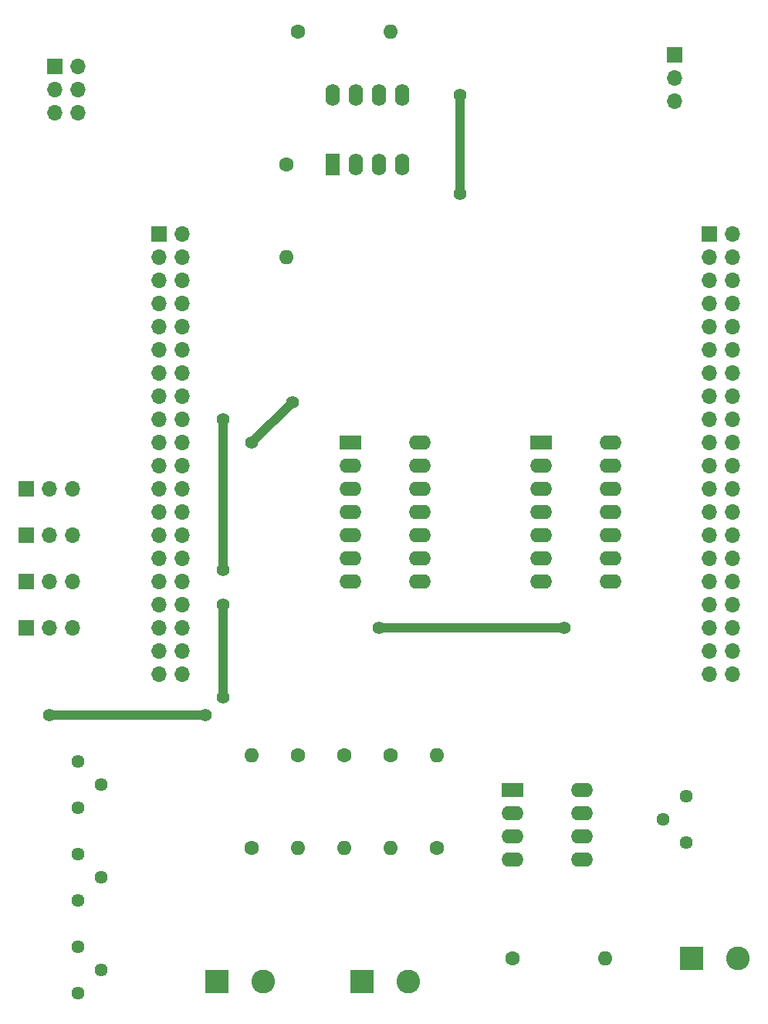
<source format=gbr>
%TF.GenerationSoftware,KiCad,Pcbnew,(5.1.6)-1*%
%TF.CreationDate,2021-11-21T11:26:52+01:00*%
%TF.ProjectId,carteDmx512,63617274-6544-46d7-9835-31322e6b6963,rev?*%
%TF.SameCoordinates,Original*%
%TF.FileFunction,Copper,L1,Top*%
%TF.FilePolarity,Positive*%
%FSLAX46Y46*%
G04 Gerber Fmt 4.6, Leading zero omitted, Abs format (unit mm)*
G04 Created by KiCad (PCBNEW (5.1.6)-1) date 2021-11-21 11:26:52*
%MOMM*%
%LPD*%
G01*
G04 APERTURE LIST*
%TA.AperFunction,ComponentPad*%
%ADD10O,2.400000X1.600000*%
%TD*%
%TA.AperFunction,ComponentPad*%
%ADD11R,2.400000X1.600000*%
%TD*%
%TA.AperFunction,ComponentPad*%
%ADD12R,1.700000X1.700000*%
%TD*%
%TA.AperFunction,ComponentPad*%
%ADD13O,1.700000X1.700000*%
%TD*%
%TA.AperFunction,ComponentPad*%
%ADD14C,1.440000*%
%TD*%
%TA.AperFunction,ComponentPad*%
%ADD15R,1.600000X2.400000*%
%TD*%
%TA.AperFunction,ComponentPad*%
%ADD16O,1.600000X2.400000*%
%TD*%
%TA.AperFunction,ComponentPad*%
%ADD17R,2.600000X2.600000*%
%TD*%
%TA.AperFunction,ComponentPad*%
%ADD18C,2.600000*%
%TD*%
%TA.AperFunction,ComponentPad*%
%ADD19O,1.600000X1.600000*%
%TD*%
%TA.AperFunction,ComponentPad*%
%ADD20C,1.600000*%
%TD*%
%TA.AperFunction,ViaPad*%
%ADD21C,1.400000*%
%TD*%
%TA.AperFunction,Conductor*%
%ADD22C,1.000000*%
%TD*%
G04 APERTURE END LIST*
D10*
%TO.P,U1,14*%
%TO.N,5V*%
X254635000Y-96520000D03*
%TO.P,U1,7*%
%TO.N,GND*%
X247015000Y-111760000D03*
%TO.P,U1,13*%
%TO.N,Net-(J2-Pad3)*%
X254635000Y-99060000D03*
%TO.P,U1,6*%
%TO.N,start*%
X247015000Y-109220000D03*
%TO.P,U1,12*%
%TO.N,Net-(J2-Pad3)*%
X254635000Y-101600000D03*
%TO.P,U1,5*%
%TO.N,out_s*%
X247015000Y-106680000D03*
%TO.P,U1,11*%
%TO.N,Net-(J2-Pad1)*%
X254635000Y-104140000D03*
%TO.P,U1,4*%
%TO.N,Net-(U1-Pad4)*%
X247015000Y-104140000D03*
%TO.P,U1,10*%
%TO.N,N/C*%
X254635000Y-106680000D03*
%TO.P,U1,3*%
X247015000Y-101600000D03*
%TO.P,U1,9*%
X254635000Y-109220000D03*
%TO.P,U1,2*%
X247015000Y-99060000D03*
%TO.P,U1,8*%
X254635000Y-111760000D03*
D11*
%TO.P,U1,1*%
X247015000Y-96520000D03*
%TD*%
D12*
%TO.P,J4,1*%
%TO.N,Net-(J4-Pad1)*%
X205105000Y-73660000D03*
D13*
%TO.P,J4,2*%
%TO.N,Net-(J4-Pad2)*%
X207645000Y-73660000D03*
%TO.P,J4,3*%
%TO.N,TX*%
X205105000Y-76200000D03*
%TO.P,J4,4*%
%TO.N,Net-(J4-Pad4)*%
X207645000Y-76200000D03*
%TO.P,J4,5*%
%TO.N,Net-(J4-Pad5)*%
X205105000Y-78740000D03*
%TO.P,J4,6*%
%TO.N,Net-(J4-Pad6)*%
X207645000Y-78740000D03*
%TO.P,J4,7*%
%TO.N,Net-(J4-Pad7)*%
X205105000Y-81280000D03*
%TO.P,J4,8*%
%TO.N,Net-(J4-Pad8)*%
X207645000Y-81280000D03*
%TO.P,J4,9*%
%TO.N,Net-(J4-Pad9)*%
X205105000Y-83820000D03*
%TO.P,J4,10*%
%TO.N,Net-(J4-Pad10)*%
X207645000Y-83820000D03*
%TO.P,J4,11*%
%TO.N,Net-(J4-Pad11)*%
X205105000Y-86360000D03*
%TO.P,J4,12*%
%TO.N,Net-(J4-Pad12)*%
X207645000Y-86360000D03*
%TO.P,J4,13*%
%TO.N,Net-(J4-Pad13)*%
X205105000Y-88900000D03*
%TO.P,J4,14*%
%TO.N,Net-(J4-Pad14)*%
X207645000Y-88900000D03*
%TO.P,J4,15*%
%TO.N,Net-(J4-Pad15)*%
X205105000Y-91440000D03*
%TO.P,J4,16*%
%TO.N,Net-(J4-Pad16)*%
X207645000Y-91440000D03*
%TO.P,J4,17*%
%TO.N,Net-(J4-Pad17)*%
X205105000Y-93980000D03*
%TO.P,J4,18*%
%TO.N,3.3V*%
X207645000Y-93980000D03*
%TO.P,J4,19*%
%TO.N,Net-(J4-Pad19)*%
X205105000Y-96520000D03*
%TO.P,J4,20*%
%TO.N,5V*%
X207645000Y-96520000D03*
%TO.P,J4,21*%
%TO.N,GND*%
X205105000Y-99060000D03*
%TO.P,J4,22*%
X207645000Y-99060000D03*
%TO.P,J4,23*%
%TO.N,Net-(J4-Pad23)*%
X205105000Y-101600000D03*
%TO.P,J4,24*%
%TO.N,GND*%
X207645000Y-101600000D03*
%TO.P,J4,25*%
%TO.N,Net-(J4-Pad25)*%
X205105000Y-104140000D03*
%TO.P,J4,26*%
%TO.N,Vinput*%
X207645000Y-104140000D03*
%TO.P,J4,27*%
%TO.N,Mode_Autre*%
X205105000Y-106680000D03*
%TO.P,J4,28*%
%TO.N,Net-(J4-Pad28)*%
X207645000Y-106680000D03*
%TO.P,J4,29*%
%TO.N,Choix_There*%
X205105000Y-109220000D03*
%TO.P,J4,30*%
%TO.N,Net-(J4-Pad30)*%
X207645000Y-109220000D03*
%TO.P,J4,31*%
%TO.N,Mode_Epi*%
X205105000Y-111760000D03*
%TO.P,J4,32*%
%TO.N,Net-(J4-Pad32)*%
X207645000Y-111760000D03*
%TO.P,J4,33*%
%TO.N,Mode_Demo*%
X205105000Y-114300000D03*
%TO.P,J4,34*%
%TO.N,Net-(J4-Pad34)*%
X207645000Y-114300000D03*
%TO.P,J4,35*%
%TO.N,Net-(J4-Pad35)*%
X205105000Y-116840000D03*
%TO.P,J4,36*%
%TO.N,PitchIn_Adapt*%
X207645000Y-116840000D03*
%TO.P,J4,37*%
%TO.N,AnInG*%
X205105000Y-119380000D03*
%TO.P,J4,38*%
%TO.N,VolumeIn_Adapt*%
X207645000Y-119380000D03*
%TO.P,J4,39*%
%TO.N,AnInB*%
X205105000Y-121920000D03*
%TO.P,J4,40*%
%TO.N,AnInR*%
X207645000Y-121920000D03*
%TD*%
%TO.P,J5,40*%
%TO.N,Net-(J5-Pad40)*%
X267970000Y-121920000D03*
%TO.P,J5,39*%
%TO.N,Net-(J5-Pad39)*%
X265430000Y-121920000D03*
%TO.P,J5,38*%
%TO.N,Net-(J5-Pad38)*%
X267970000Y-119380000D03*
%TO.P,J5,37*%
%TO.N,Net-(J5-Pad37)*%
X265430000Y-119380000D03*
%TO.P,J5,36*%
%TO.N,Net-(J5-Pad36)*%
X267970000Y-116840000D03*
%TO.P,J5,35*%
%TO.N,Net-(J5-Pad35)*%
X265430000Y-116840000D03*
%TO.P,J5,34*%
%TO.N,Net-(J5-Pad34)*%
X267970000Y-114300000D03*
%TO.P,J5,33*%
%TO.N,Net-(J5-Pad33)*%
X265430000Y-114300000D03*
%TO.P,J5,32*%
%TO.N,Net-(J5-Pad32)*%
X267970000Y-111760000D03*
%TO.P,J5,31*%
%TO.N,start*%
X265430000Y-111760000D03*
%TO.P,J5,30*%
%TO.N,Net-(J5-Pad30)*%
X267970000Y-109220000D03*
%TO.P,J5,29*%
%TO.N,Net-(J5-Pad29)*%
X265430000Y-109220000D03*
%TO.P,J5,28*%
%TO.N,Net-(J5-Pad28)*%
X267970000Y-106680000D03*
%TO.P,J5,27*%
%TO.N,out_s*%
X265430000Y-106680000D03*
%TO.P,J5,26*%
%TO.N,Net-(J5-Pad26)*%
X267970000Y-104140000D03*
%TO.P,J5,25*%
%TO.N,Net-(J5-Pad25)*%
X265430000Y-104140000D03*
%TO.P,J5,24*%
%TO.N,Net-(J5-Pad24)*%
X267970000Y-101600000D03*
%TO.P,J5,23*%
%TO.N,Net-(J5-Pad23)*%
X265430000Y-101600000D03*
%TO.P,J5,22*%
%TO.N,GND*%
X267970000Y-99060000D03*
%TO.P,J5,21*%
%TO.N,Net-(J5-Pad21)*%
X265430000Y-99060000D03*
%TO.P,J5,20*%
%TO.N,Net-(J5-Pad20)*%
X267970000Y-96520000D03*
%TO.P,J5,19*%
%TO.N,Net-(J5-Pad19)*%
X265430000Y-96520000D03*
%TO.P,J5,18*%
%TO.N,Net-(J5-Pad18)*%
X267970000Y-93980000D03*
%TO.P,J5,17*%
%TO.N,Net-(J5-Pad17)*%
X265430000Y-93980000D03*
%TO.P,J5,16*%
%TO.N,Net-(J5-Pad16)*%
X267970000Y-91440000D03*
%TO.P,J5,15*%
%TO.N,Net-(J5-Pad15)*%
X265430000Y-91440000D03*
%TO.P,J5,14*%
%TO.N,Net-(J5-Pad14)*%
X267970000Y-88900000D03*
%TO.P,J5,13*%
%TO.N,Net-(J5-Pad13)*%
X265430000Y-88900000D03*
%TO.P,J5,12*%
%TO.N,Net-(J5-Pad12)*%
X267970000Y-86360000D03*
%TO.P,J5,11*%
%TO.N,Net-(J5-Pad11)*%
X265430000Y-86360000D03*
%TO.P,J5,10*%
%TO.N,Net-(J5-Pad10)*%
X267970000Y-83820000D03*
%TO.P,J5,9*%
%TO.N,Net-(J5-Pad9)*%
X265430000Y-83820000D03*
%TO.P,J5,8*%
%TO.N,Net-(J5-Pad8)*%
X267970000Y-81280000D03*
%TO.P,J5,7*%
%TO.N,Net-(J5-Pad7)*%
X265430000Y-81280000D03*
%TO.P,J5,6*%
%TO.N,enable*%
X267970000Y-78740000D03*
%TO.P,J5,5*%
%TO.N,Net-(J5-Pad5)*%
X265430000Y-78740000D03*
%TO.P,J5,4*%
%TO.N,Net-(J5-Pad4)*%
X267970000Y-76200000D03*
%TO.P,J5,3*%
%TO.N,Net-(J5-Pad3)*%
X265430000Y-76200000D03*
%TO.P,J5,2*%
%TO.N,Net-(J5-Pad2)*%
X267970000Y-73660000D03*
D12*
%TO.P,J5,1*%
%TO.N,Net-(J5-Pad1)*%
X265430000Y-73660000D03*
%TD*%
%TO.P,J3,1*%
%TO.N,Net-(J3-Pad1)*%
X193675000Y-55245000D03*
D13*
%TO.P,J3,2*%
X196215000Y-55245000D03*
%TO.P,J3,3*%
%TO.N,Net-(J3-Pad3)*%
X193675000Y-57785000D03*
%TO.P,J3,4*%
X196215000Y-57785000D03*
%TO.P,J3,5*%
%TO.N,GND*%
X193675000Y-60325000D03*
%TO.P,J3,6*%
X196215000Y-60325000D03*
%TD*%
D14*
%TO.P,RV1,1*%
%TO.N,3.3V*%
X196215000Y-156845000D03*
%TO.P,RV1,2*%
%TO.N,AnInR*%
X198755000Y-154305000D03*
%TO.P,RV1,3*%
%TO.N,GND*%
X196215000Y-151765000D03*
%TD*%
%TO.P,RV2,3*%
%TO.N,GND*%
X196215000Y-131445000D03*
%TO.P,RV2,2*%
%TO.N,AnInG*%
X198755000Y-133985000D03*
%TO.P,RV2,1*%
%TO.N,3.3V*%
X196215000Y-136525000D03*
%TD*%
%TO.P,RV3,3*%
%TO.N,GND*%
X196215000Y-141605000D03*
%TO.P,RV3,2*%
%TO.N,AnInB*%
X198755000Y-144145000D03*
%TO.P,RV3,1*%
%TO.N,3.3V*%
X196215000Y-146685000D03*
%TD*%
D15*
%TO.P,U3,1*%
%TO.N,Net-(R2-Pad1)*%
X224155000Y-66040000D03*
D16*
%TO.P,U3,5*%
%TO.N,GND*%
X231775000Y-58420000D03*
%TO.P,U3,2*%
%TO.N,5V*%
X226695000Y-66040000D03*
%TO.P,U3,6*%
%TO.N,Net-(J3-Pad3)*%
X229235000Y-58420000D03*
%TO.P,U3,3*%
%TO.N,enable*%
X229235000Y-66040000D03*
%TO.P,U3,7*%
%TO.N,Net-(J3-Pad1)*%
X226695000Y-58420000D03*
%TO.P,U3,4*%
%TO.N,DMX_TX*%
X231775000Y-66040000D03*
%TO.P,U3,8*%
%TO.N,5V*%
X224155000Y-58420000D03*
%TD*%
D17*
%TO.P,J6,1*%
%TO.N,GND*%
X263525000Y-153035000D03*
D18*
%TO.P,J6,2*%
%TO.N,Vinput*%
X268605000Y-153035000D03*
%TD*%
D12*
%TO.P,J2,1*%
%TO.N,Net-(J2-Pad1)*%
X261620000Y-53975000D03*
D13*
%TO.P,J2,2*%
%TO.N,DMX_TX*%
X261620000Y-56515000D03*
%TO.P,J2,3*%
%TO.N,Net-(J2-Pad3)*%
X261620000Y-59055000D03*
%TD*%
D11*
%TO.P,U2,1*%
%TO.N,TX*%
X226060000Y-96520000D03*
D10*
%TO.P,U2,8*%
%TO.N,Net-(U1-Pad4)*%
X233680000Y-111760000D03*
%TO.P,U2,2*%
%TO.N,notstart*%
X226060000Y-99060000D03*
%TO.P,U2,9*%
%TO.N,Net-(U2-Pad11)*%
X233680000Y-109220000D03*
%TO.P,U2,3*%
%TO.N,Net-(U2-Pad12)*%
X226060000Y-101600000D03*
%TO.P,U2,10*%
%TO.N,Net-(J2-Pad3)*%
X233680000Y-106680000D03*
%TO.P,U2,4*%
%TO.N,notstart*%
X226060000Y-104140000D03*
%TO.P,U2,11*%
%TO.N,Net-(U2-Pad11)*%
X233680000Y-104140000D03*
%TO.P,U2,5*%
%TO.N,start*%
X226060000Y-106680000D03*
%TO.P,U2,12*%
%TO.N,Net-(U2-Pad12)*%
X233680000Y-101600000D03*
%TO.P,U2,6*%
%TO.N,start*%
X226060000Y-109220000D03*
%TO.P,U2,13*%
%TO.N,Net-(U2-Pad12)*%
X233680000Y-99060000D03*
%TO.P,U2,7*%
%TO.N,GND*%
X226060000Y-111760000D03*
%TO.P,U2,14*%
%TO.N,5V*%
X233680000Y-96520000D03*
%TD*%
D17*
%TO.P,J7,1*%
%TO.N,GND*%
X211455000Y-155575000D03*
D18*
%TO.P,J7,2*%
%TO.N,VolumeIn*%
X216535000Y-155575000D03*
%TD*%
D19*
%TO.P,R3,2*%
%TO.N,VolumeIn_Adapt*%
X215265000Y-130810000D03*
D20*
%TO.P,R3,1*%
%TO.N,VolumeIn*%
X215265000Y-140970000D03*
%TD*%
%TO.P,R4,1*%
%TO.N,VolumeIn_Adapt*%
X220345000Y-130810000D03*
D19*
%TO.P,R4,2*%
%TO.N,GND*%
X220345000Y-140970000D03*
%TD*%
%TO.P,R5,2*%
%TO.N,PitchIn*%
X225425000Y-140970000D03*
D20*
%TO.P,R5,1*%
%TO.N,Net-(R5-Pad1)*%
X225425000Y-130810000D03*
%TD*%
%TO.P,R6,1*%
%TO.N,PitchDC*%
X230505000Y-130810000D03*
D19*
%TO.P,R6,2*%
%TO.N,Net-(R5-Pad1)*%
X230505000Y-140970000D03*
%TD*%
D20*
%TO.P,R7,1*%
%TO.N,GND*%
X243840000Y-153035000D03*
D19*
%TO.P,R7,2*%
%TO.N,Net-(R7-Pad2)*%
X254000000Y-153035000D03*
%TD*%
%TO.P,R8,2*%
%TO.N,PitchIn_Adapt*%
X235585000Y-130810000D03*
D20*
%TO.P,R8,1*%
%TO.N,Net-(R7-Pad2)*%
X235585000Y-140970000D03*
%TD*%
D11*
%TO.P,U4,1*%
%TO.N,PitchIn_Adapt*%
X243840000Y-134620000D03*
D10*
%TO.P,U4,5*%
%TO.N,Net-(RV4-Pad2)*%
X251460000Y-142240000D03*
%TO.P,U4,2*%
%TO.N,Net-(R7-Pad2)*%
X243840000Y-137160000D03*
%TO.P,U4,6*%
%TO.N,PitchDC*%
X251460000Y-139700000D03*
%TO.P,U4,3*%
%TO.N,Net-(R5-Pad1)*%
X243840000Y-139700000D03*
%TO.P,U4,7*%
%TO.N,PitchDC*%
X251460000Y-137160000D03*
%TO.P,U4,4*%
%TO.N,GND*%
X243840000Y-142240000D03*
%TO.P,U4,8*%
%TO.N,Vinput*%
X251460000Y-134620000D03*
%TD*%
D17*
%TO.P,J1,1*%
%TO.N,GND*%
X227330000Y-155575000D03*
D18*
%TO.P,J1,2*%
%TO.N,PitchIn*%
X232410000Y-155575000D03*
%TD*%
D14*
%TO.P,RV4,3*%
%TO.N,GND*%
X262890000Y-140335000D03*
%TO.P,RV4,2*%
%TO.N,Net-(RV4-Pad2)*%
X260350000Y-137795000D03*
%TO.P,RV4,1*%
%TO.N,3.3V*%
X262890000Y-135255000D03*
%TD*%
D12*
%TO.P,J8,1*%
%TO.N,GND*%
X190500000Y-111760000D03*
D13*
%TO.P,J8,2*%
%TO.N,3.3V*%
X193040000Y-111760000D03*
%TO.P,J8,3*%
%TO.N,Mode_Epi*%
X195580000Y-111760000D03*
%TD*%
%TO.P,J9,3*%
%TO.N,Mode_Demo*%
X195580000Y-116840000D03*
%TO.P,J9,2*%
%TO.N,3.3V*%
X193040000Y-116840000D03*
D12*
%TO.P,J9,1*%
%TO.N,GND*%
X190500000Y-116840000D03*
%TD*%
%TO.P,J10,1*%
%TO.N,GND*%
X190500000Y-106680000D03*
D13*
%TO.P,J10,2*%
%TO.N,3.3V*%
X193040000Y-106680000D03*
%TO.P,J10,3*%
%TO.N,Choix_There*%
X195580000Y-106680000D03*
%TD*%
%TO.P,J11,3*%
%TO.N,Mode_Autre*%
X195580000Y-101600000D03*
%TO.P,J11,2*%
%TO.N,3.3V*%
X193040000Y-101600000D03*
D12*
%TO.P,J11,1*%
%TO.N,GND*%
X190500000Y-101600000D03*
%TD*%
D19*
%TO.P,R1,2*%
%TO.N,Net-(J3-Pad3)*%
X230505000Y-51435000D03*
D20*
%TO.P,R1,1*%
%TO.N,Net-(J3-Pad1)*%
X220345000Y-51435000D03*
%TD*%
%TO.P,R2,1*%
%TO.N,Net-(R2-Pad1)*%
X219075000Y-66040000D03*
D19*
%TO.P,R2,2*%
%TO.N,GND*%
X219075000Y-76200000D03*
%TD*%
D21*
%TO.N,start*%
X249555000Y-116840000D03*
X229235000Y-116840000D03*
%TO.N,GND*%
X238125000Y-58420000D03*
X238125000Y-69215000D03*
%TO.N,5V*%
X219710000Y-92075000D03*
X215264996Y-96520000D03*
%TO.N,3.3V*%
X212089998Y-93980002D03*
X212090000Y-124460000D03*
X212089998Y-114300000D03*
X212089998Y-110490000D03*
X210185000Y-126365000D03*
X193040000Y-126365000D03*
%TD*%
D22*
%TO.N,start*%
X249555000Y-116840000D02*
X229235000Y-116840000D01*
%TO.N,GND*%
X238125000Y-58420000D02*
X238125000Y-69215000D01*
%TO.N,5V*%
X215265000Y-96520000D02*
X215264996Y-96520000D01*
X219710000Y-92075000D02*
X215265000Y-96520000D01*
%TO.N,3.3V*%
X212089998Y-124459998D02*
X212090000Y-124460000D01*
X212089998Y-114300000D02*
X212089998Y-124459998D01*
X212089998Y-93980002D02*
X212089998Y-110490000D01*
X210185000Y-126365000D02*
X193040000Y-126365000D01*
%TD*%
M02*

</source>
